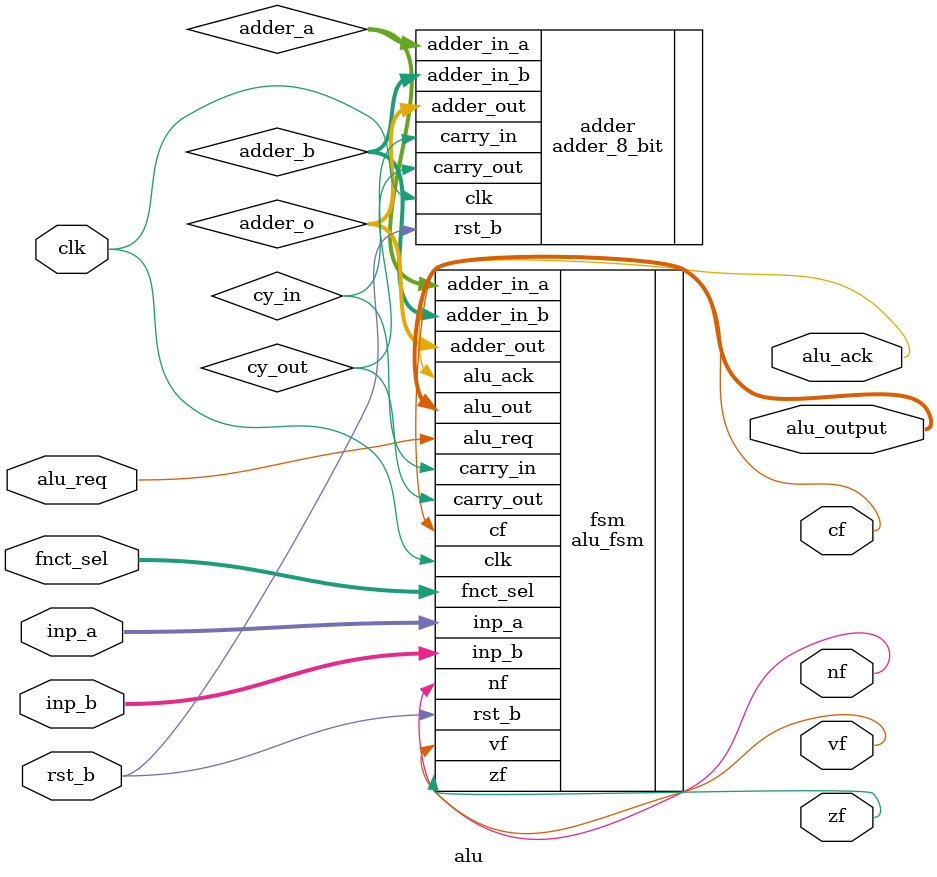
<source format=v>
module alu#( 

parameter PA_ADDER_WIDTH = 32'd8,
parameter PA_DATA_WIDTH = 32'd32,
parameter PA_FNCT_SEL = 32'd9

)(

input wire                      clk,
input wire                      rst_b,
input wire  [PA_DATA_WIDTH-1:0] inp_a,
input wire  [PA_DATA_WIDTH-1:0] inp_b,
input wire  [PA_FNCT_SEL-1:0]   fnct_sel,
input wire                      alu_req,
output wire [PA_DATA_WIDTH-1:0] alu_output,
output wire                     cf,
output wire                     zf,
output wire                     nf,
output wire                     vf,
output wire                     alu_ack

);

wire [7:0] adder_a;
wire [7:0] adder_b;
wire       cy_in;
wire [7:0] adder_o;
wire       cy_out;

// Instantiation of the ALU finite state machine
alu_fsm
#(

.PA_DATA(PA_DATA_WIDTH),
.PA_FNCT(PA_FNCT_SEL),
.PA_ADDER_DATA(PA_ADDER_WIDTH)

) fsm(

.clk(clk),
.rst_b(rst_b),
.inp_a(inp_a),
.inp_b(inp_b),
.fnct_sel(fnct_sel),
.adder_out(adder_o),
.carry_out(cy_out),
.alu_req(alu_req),
.alu_out(alu_output),
.alu_ack(alu_ack),
.adder_in_a(adder_a),
.adder_in_b(adder_b),
.carry_in(cy_in),
.cf(cf),
.zf(zf),
.nf(nf),
.vf(vf)

);

// Instantiation of the 8-bit adder
adder_8_bit#(

.PA_DATA_WIDTH(PA_ADDER_WIDTH)

) adder(

.clk(clk),
.rst_b(rst_b),
.adder_in_a(adder_a),
.adder_in_b(adder_b),
.carry_in(cy_in),
.adder_out(adder_o),
.carry_out(cy_out)

);

endmodule

</source>
